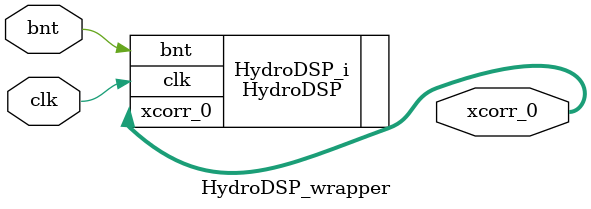
<source format=v>
`timescale 1 ps / 1 ps

module HydroDSP_wrapper
   (bnt,
    clk,
    xcorr_0);
  input bnt;
  input clk;
  output [63:0]xcorr_0;

  wire bnt;
  wire clk;
  wire [63:0]xcorr_0;

  HydroDSP HydroDSP_i
       (.bnt(bnt),
        .clk(clk),
        .xcorr_0(xcorr_0));
endmodule

</source>
